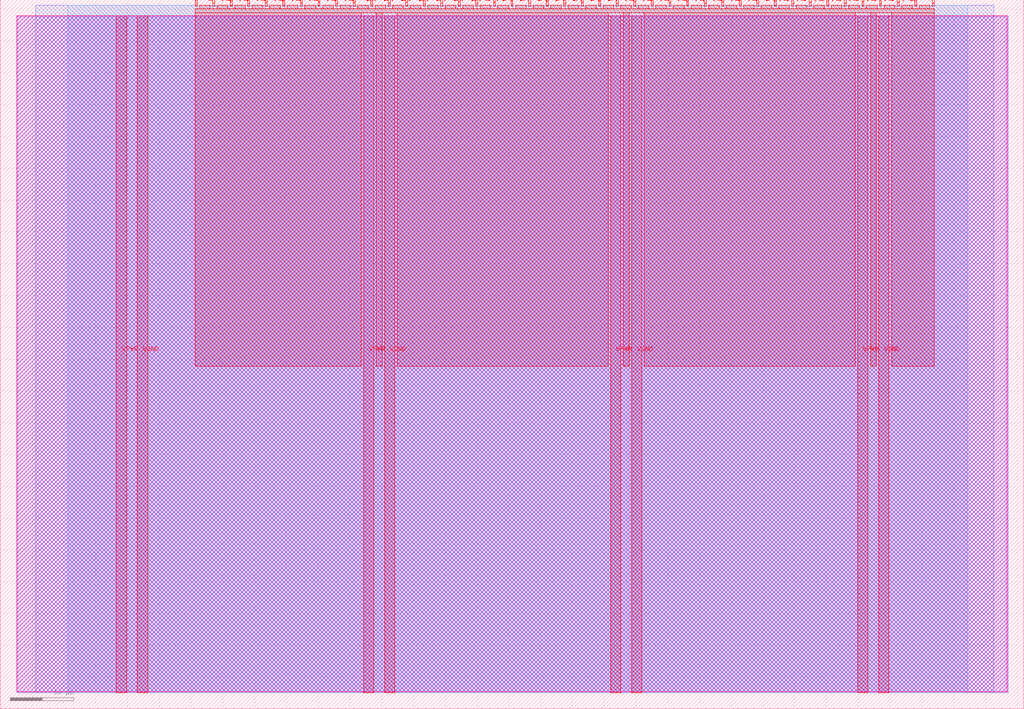
<source format=lef>
VERSION 5.7 ;
  NOWIREEXTENSIONATPIN ON ;
  DIVIDERCHAR "/" ;
  BUSBITCHARS "[]" ;
MACRO tt_um_acrypticcode
  CLASS BLOCK ;
  FOREIGN tt_um_acrypticcode ;
  ORIGIN 0.000 0.000 ;
  SIZE 161.000 BY 111.520 ;
  PIN VGND
    DIRECTION INOUT ;
    USE GROUND ;
    PORT
      LAYER met4 ;
        RECT 21.580 2.480 23.180 109.040 ;
    END
    PORT
      LAYER met4 ;
        RECT 60.450 2.480 62.050 109.040 ;
    END
    PORT
      LAYER met4 ;
        RECT 99.320 2.480 100.920 109.040 ;
    END
    PORT
      LAYER met4 ;
        RECT 138.190 2.480 139.790 109.040 ;
    END
  END VGND
  PIN VPWR
    DIRECTION INOUT ;
    USE POWER ;
    PORT
      LAYER met4 ;
        RECT 18.280 2.480 19.880 109.040 ;
    END
    PORT
      LAYER met4 ;
        RECT 57.150 2.480 58.750 109.040 ;
    END
    PORT
      LAYER met4 ;
        RECT 96.020 2.480 97.620 109.040 ;
    END
    PORT
      LAYER met4 ;
        RECT 134.890 2.480 136.490 109.040 ;
    END
  END VPWR
  PIN clk
    DIRECTION INPUT ;
    USE SIGNAL ;
    ANTENNAGATEAREA 0.852000 ;
    PORT
      LAYER met4 ;
        RECT 143.830 110.520 144.130 111.520 ;
    END
  END clk
  PIN ena
    DIRECTION INPUT ;
    USE SIGNAL ;
    ANTENNAGATEAREA 0.213000 ;
    PORT
      LAYER met4 ;
        RECT 146.590 110.520 146.890 111.520 ;
    END
  END ena
  PIN rst_n
    DIRECTION INPUT ;
    USE SIGNAL ;
    ANTENNAGATEAREA 0.213000 ;
    PORT
      LAYER met4 ;
        RECT 141.070 110.520 141.370 111.520 ;
    END
  END rst_n
  PIN ui_in[0]
    DIRECTION INPUT ;
    USE SIGNAL ;
    ANTENNAGATEAREA 0.196500 ;
    PORT
      LAYER met4 ;
        RECT 138.310 110.520 138.610 111.520 ;
    END
  END ui_in[0]
  PIN ui_in[1]
    DIRECTION INPUT ;
    USE SIGNAL ;
    ANTENNAGATEAREA 0.159000 ;
    PORT
      LAYER met4 ;
        RECT 135.550 110.520 135.850 111.520 ;
    END
  END ui_in[1]
  PIN ui_in[2]
    DIRECTION INPUT ;
    USE SIGNAL ;
    ANTENNAGATEAREA 0.196500 ;
    PORT
      LAYER met4 ;
        RECT 132.790 110.520 133.090 111.520 ;
    END
  END ui_in[2]
  PIN ui_in[3]
    DIRECTION INPUT ;
    USE SIGNAL ;
    ANTENNAGATEAREA 0.196500 ;
    PORT
      LAYER met4 ;
        RECT 130.030 110.520 130.330 111.520 ;
    END
  END ui_in[3]
  PIN ui_in[4]
    DIRECTION INPUT ;
    USE SIGNAL ;
    ANTENNAGATEAREA 0.196500 ;
    PORT
      LAYER met4 ;
        RECT 127.270 110.520 127.570 111.520 ;
    END
  END ui_in[4]
  PIN ui_in[5]
    DIRECTION INPUT ;
    USE SIGNAL ;
    ANTENNAGATEAREA 0.196500 ;
    PORT
      LAYER met4 ;
        RECT 124.510 110.520 124.810 111.520 ;
    END
  END ui_in[5]
  PIN ui_in[6]
    DIRECTION INPUT ;
    USE SIGNAL ;
    ANTENNAGATEAREA 0.196500 ;
    PORT
      LAYER met4 ;
        RECT 121.750 110.520 122.050 111.520 ;
    END
  END ui_in[6]
  PIN ui_in[7]
    DIRECTION INPUT ;
    USE SIGNAL ;
    PORT
      LAYER met4 ;
        RECT 118.990 110.520 119.290 111.520 ;
    END
  END ui_in[7]
  PIN uio_in[0]
    DIRECTION INPUT ;
    USE SIGNAL ;
    PORT
      LAYER met4 ;
        RECT 116.230 110.520 116.530 111.520 ;
    END
  END uio_in[0]
  PIN uio_in[1]
    DIRECTION INPUT ;
    USE SIGNAL ;
    PORT
      LAYER met4 ;
        RECT 113.470 110.520 113.770 111.520 ;
    END
  END uio_in[1]
  PIN uio_in[2]
    DIRECTION INPUT ;
    USE SIGNAL ;
    PORT
      LAYER met4 ;
        RECT 110.710 110.520 111.010 111.520 ;
    END
  END uio_in[2]
  PIN uio_in[3]
    DIRECTION INPUT ;
    USE SIGNAL ;
    PORT
      LAYER met4 ;
        RECT 107.950 110.520 108.250 111.520 ;
    END
  END uio_in[3]
  PIN uio_in[4]
    DIRECTION INPUT ;
    USE SIGNAL ;
    PORT
      LAYER met4 ;
        RECT 105.190 110.520 105.490 111.520 ;
    END
  END uio_in[4]
  PIN uio_in[5]
    DIRECTION INPUT ;
    USE SIGNAL ;
    PORT
      LAYER met4 ;
        RECT 102.430 110.520 102.730 111.520 ;
    END
  END uio_in[5]
  PIN uio_in[6]
    DIRECTION INPUT ;
    USE SIGNAL ;
    PORT
      LAYER met4 ;
        RECT 99.670 110.520 99.970 111.520 ;
    END
  END uio_in[6]
  PIN uio_in[7]
    DIRECTION INPUT ;
    USE SIGNAL ;
    PORT
      LAYER met4 ;
        RECT 96.910 110.520 97.210 111.520 ;
    END
  END uio_in[7]
  PIN uio_oe[0]
    DIRECTION OUTPUT ;
    USE SIGNAL ;
    PORT
      LAYER met4 ;
        RECT 49.990 110.520 50.290 111.520 ;
    END
  END uio_oe[0]
  PIN uio_oe[1]
    DIRECTION OUTPUT ;
    USE SIGNAL ;
    PORT
      LAYER met4 ;
        RECT 47.230 110.520 47.530 111.520 ;
    END
  END uio_oe[1]
  PIN uio_oe[2]
    DIRECTION OUTPUT ;
    USE SIGNAL ;
    PORT
      LAYER met4 ;
        RECT 44.470 110.520 44.770 111.520 ;
    END
  END uio_oe[2]
  PIN uio_oe[3]
    DIRECTION OUTPUT ;
    USE SIGNAL ;
    PORT
      LAYER met4 ;
        RECT 41.710 110.520 42.010 111.520 ;
    END
  END uio_oe[3]
  PIN uio_oe[4]
    DIRECTION OUTPUT ;
    USE SIGNAL ;
    PORT
      LAYER met4 ;
        RECT 38.950 110.520 39.250 111.520 ;
    END
  END uio_oe[4]
  PIN uio_oe[5]
    DIRECTION OUTPUT ;
    USE SIGNAL ;
    PORT
      LAYER met4 ;
        RECT 36.190 110.520 36.490 111.520 ;
    END
  END uio_oe[5]
  PIN uio_oe[6]
    DIRECTION OUTPUT ;
    USE SIGNAL ;
    PORT
      LAYER met4 ;
        RECT 33.430 110.520 33.730 111.520 ;
    END
  END uio_oe[6]
  PIN uio_oe[7]
    DIRECTION OUTPUT ;
    USE SIGNAL ;
    PORT
      LAYER met4 ;
        RECT 30.670 110.520 30.970 111.520 ;
    END
  END uio_oe[7]
  PIN uio_out[0]
    DIRECTION OUTPUT ;
    USE SIGNAL ;
    PORT
      LAYER met4 ;
        RECT 72.070 110.520 72.370 111.520 ;
    END
  END uio_out[0]
  PIN uio_out[1]
    DIRECTION OUTPUT ;
    USE SIGNAL ;
    PORT
      LAYER met4 ;
        RECT 69.310 110.520 69.610 111.520 ;
    END
  END uio_out[1]
  PIN uio_out[2]
    DIRECTION OUTPUT ;
    USE SIGNAL ;
    PORT
      LAYER met4 ;
        RECT 66.550 110.520 66.850 111.520 ;
    END
  END uio_out[2]
  PIN uio_out[3]
    DIRECTION OUTPUT ;
    USE SIGNAL ;
    PORT
      LAYER met4 ;
        RECT 63.790 110.520 64.090 111.520 ;
    END
  END uio_out[3]
  PIN uio_out[4]
    DIRECTION OUTPUT ;
    USE SIGNAL ;
    PORT
      LAYER met4 ;
        RECT 61.030 110.520 61.330 111.520 ;
    END
  END uio_out[4]
  PIN uio_out[5]
    DIRECTION OUTPUT ;
    USE SIGNAL ;
    PORT
      LAYER met4 ;
        RECT 58.270 110.520 58.570 111.520 ;
    END
  END uio_out[5]
  PIN uio_out[6]
    DIRECTION OUTPUT ;
    USE SIGNAL ;
    PORT
      LAYER met4 ;
        RECT 55.510 110.520 55.810 111.520 ;
    END
  END uio_out[6]
  PIN uio_out[7]
    DIRECTION OUTPUT ;
    USE SIGNAL ;
    PORT
      LAYER met4 ;
        RECT 52.750 110.520 53.050 111.520 ;
    END
  END uio_out[7]
  PIN uo_out[0]
    DIRECTION OUTPUT ;
    USE SIGNAL ;
    ANTENNADIFFAREA 0.891000 ;
    PORT
      LAYER met4 ;
        RECT 94.150 110.520 94.450 111.520 ;
    END
  END uo_out[0]
  PIN uo_out[1]
    DIRECTION OUTPUT ;
    USE SIGNAL ;
    ANTENNADIFFAREA 0.891000 ;
    PORT
      LAYER met4 ;
        RECT 91.390 110.520 91.690 111.520 ;
    END
  END uo_out[1]
  PIN uo_out[2]
    DIRECTION OUTPUT ;
    USE SIGNAL ;
    ANTENNADIFFAREA 0.924000 ;
    PORT
      LAYER met4 ;
        RECT 88.630 110.520 88.930 111.520 ;
    END
  END uo_out[2]
  PIN uo_out[3]
    DIRECTION OUTPUT ;
    USE SIGNAL ;
    ANTENNADIFFAREA 0.891000 ;
    PORT
      LAYER met4 ;
        RECT 85.870 110.520 86.170 111.520 ;
    END
  END uo_out[3]
  PIN uo_out[4]
    DIRECTION OUTPUT ;
    USE SIGNAL ;
    ANTENNADIFFAREA 0.453750 ;
    PORT
      LAYER met4 ;
        RECT 83.110 110.520 83.410 111.520 ;
    END
  END uo_out[4]
  PIN uo_out[5]
    DIRECTION OUTPUT ;
    USE SIGNAL ;
    ANTENNADIFFAREA 0.891000 ;
    PORT
      LAYER met4 ;
        RECT 80.350 110.520 80.650 111.520 ;
    END
  END uo_out[5]
  PIN uo_out[6]
    DIRECTION OUTPUT ;
    USE SIGNAL ;
    ANTENNADIFFAREA 0.891000 ;
    PORT
      LAYER met4 ;
        RECT 77.590 110.520 77.890 111.520 ;
    END
  END uo_out[6]
  PIN uo_out[7]
    DIRECTION OUTPUT ;
    USE SIGNAL ;
    ANTENNADIFFAREA 0.891000 ;
    PORT
      LAYER met4 ;
        RECT 74.830 110.520 75.130 111.520 ;
    END
  END uo_out[7]
  OBS
      LAYER nwell ;
        RECT 2.570 2.635 158.430 108.990 ;
      LAYER li1 ;
        RECT 2.760 2.635 158.240 108.885 ;
      LAYER met1 ;
        RECT 2.760 2.480 158.540 109.040 ;
      LAYER met2 ;
        RECT 5.620 2.535 156.300 110.685 ;
      LAYER met3 ;
        RECT 10.645 2.555 152.195 110.665 ;
      LAYER met4 ;
        RECT 31.370 110.120 33.030 110.665 ;
        RECT 34.130 110.120 35.790 110.665 ;
        RECT 36.890 110.120 38.550 110.665 ;
        RECT 39.650 110.120 41.310 110.665 ;
        RECT 42.410 110.120 44.070 110.665 ;
        RECT 45.170 110.120 46.830 110.665 ;
        RECT 47.930 110.120 49.590 110.665 ;
        RECT 50.690 110.120 52.350 110.665 ;
        RECT 53.450 110.120 55.110 110.665 ;
        RECT 56.210 110.120 57.870 110.665 ;
        RECT 58.970 110.120 60.630 110.665 ;
        RECT 61.730 110.120 63.390 110.665 ;
        RECT 64.490 110.120 66.150 110.665 ;
        RECT 67.250 110.120 68.910 110.665 ;
        RECT 70.010 110.120 71.670 110.665 ;
        RECT 72.770 110.120 74.430 110.665 ;
        RECT 75.530 110.120 77.190 110.665 ;
        RECT 78.290 110.120 79.950 110.665 ;
        RECT 81.050 110.120 82.710 110.665 ;
        RECT 83.810 110.120 85.470 110.665 ;
        RECT 86.570 110.120 88.230 110.665 ;
        RECT 89.330 110.120 90.990 110.665 ;
        RECT 92.090 110.120 93.750 110.665 ;
        RECT 94.850 110.120 96.510 110.665 ;
        RECT 97.610 110.120 99.270 110.665 ;
        RECT 100.370 110.120 102.030 110.665 ;
        RECT 103.130 110.120 104.790 110.665 ;
        RECT 105.890 110.120 107.550 110.665 ;
        RECT 108.650 110.120 110.310 110.665 ;
        RECT 111.410 110.120 113.070 110.665 ;
        RECT 114.170 110.120 115.830 110.665 ;
        RECT 116.930 110.120 118.590 110.665 ;
        RECT 119.690 110.120 121.350 110.665 ;
        RECT 122.450 110.120 124.110 110.665 ;
        RECT 125.210 110.120 126.870 110.665 ;
        RECT 127.970 110.120 129.630 110.665 ;
        RECT 130.730 110.120 132.390 110.665 ;
        RECT 133.490 110.120 135.150 110.665 ;
        RECT 136.250 110.120 137.910 110.665 ;
        RECT 139.010 110.120 140.670 110.665 ;
        RECT 141.770 110.120 143.430 110.665 ;
        RECT 144.530 110.120 146.190 110.665 ;
        RECT 30.655 109.440 146.905 110.120 ;
        RECT 30.655 53.895 56.750 109.440 ;
        RECT 59.150 53.895 60.050 109.440 ;
        RECT 62.450 53.895 95.620 109.440 ;
        RECT 98.020 53.895 98.920 109.440 ;
        RECT 101.320 53.895 134.490 109.440 ;
        RECT 136.890 53.895 137.790 109.440 ;
        RECT 140.190 53.895 146.905 109.440 ;
  END
END tt_um_acrypticcode
END LIBRARY


</source>
